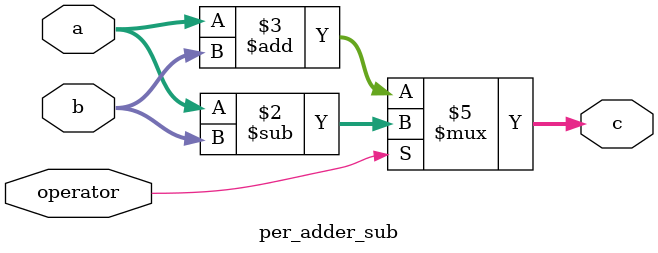
<source format=v>
module per_adder_sub (a,b,operator,c);
    input [17:0]a,b;
    input operator;

    output reg [17:0]c;

    always @(*) begin
        if (operator) begin
            c = a - b;
        end else begin
            c = a + b;
        end
    end
endmodule
</source>
